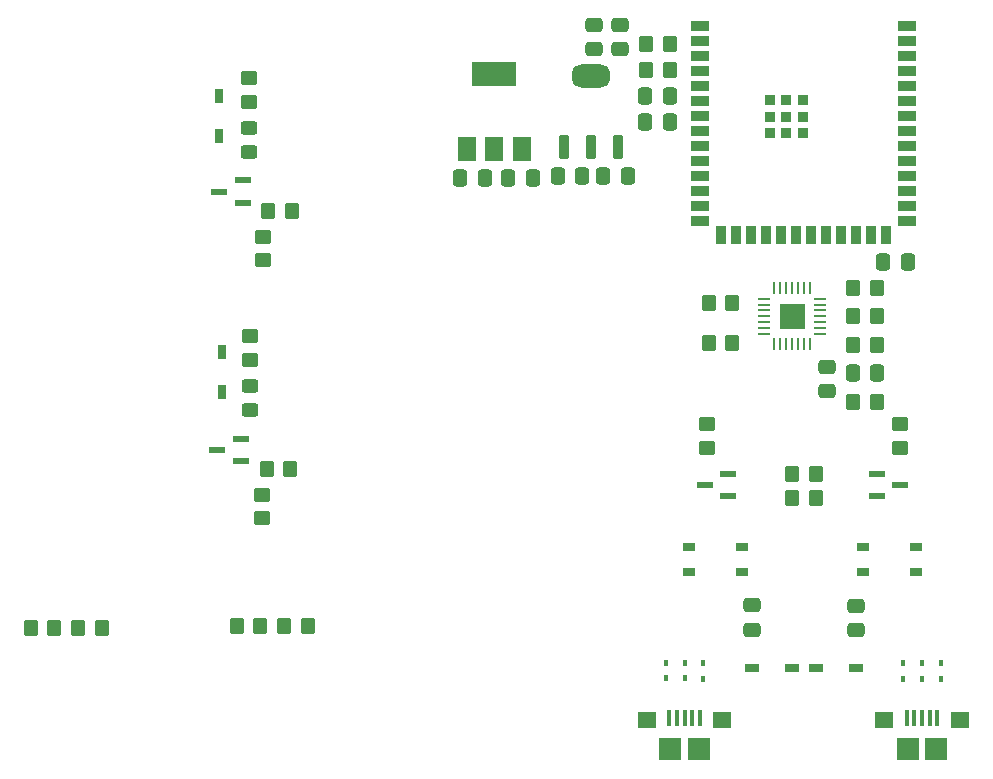
<source format=gbr>
%TF.GenerationSoftware,KiCad,Pcbnew,7.0.9*%
%TF.CreationDate,2024-04-09T14:28:23-05:00*%
%TF.ProjectId,Humidifier Subsystem,48756d69-6469-4666-9965-722053756273,rev?*%
%TF.SameCoordinates,Original*%
%TF.FileFunction,Paste,Top*%
%TF.FilePolarity,Positive*%
%FSLAX46Y46*%
G04 Gerber Fmt 4.6, Leading zero omitted, Abs format (unit mm)*
G04 Created by KiCad (PCBNEW 7.0.9) date 2024-04-09 14:28:23*
%MOMM*%
%LPD*%
G01*
G04 APERTURE LIST*
G04 Aperture macros list*
%AMRoundRect*
0 Rectangle with rounded corners*
0 $1 Rounding radius*
0 $2 $3 $4 $5 $6 $7 $8 $9 X,Y pos of 4 corners*
0 Add a 4 corners polygon primitive as box body*
4,1,4,$2,$3,$4,$5,$6,$7,$8,$9,$2,$3,0*
0 Add four circle primitives for the rounded corners*
1,1,$1+$1,$2,$3*
1,1,$1+$1,$4,$5*
1,1,$1+$1,$6,$7*
1,1,$1+$1,$8,$9*
0 Add four rect primitives between the rounded corners*
20,1,$1+$1,$2,$3,$4,$5,0*
20,1,$1+$1,$4,$5,$6,$7,0*
20,1,$1+$1,$6,$7,$8,$9,0*
20,1,$1+$1,$8,$9,$2,$3,0*%
G04 Aperture macros list end*
%ADD10C,0.010000*%
%ADD11RoundRect,0.250000X0.475000X-0.337500X0.475000X0.337500X-0.475000X0.337500X-0.475000X-0.337500X0*%
%ADD12RoundRect,0.250000X-0.350000X-0.450000X0.350000X-0.450000X0.350000X0.450000X-0.350000X0.450000X0*%
%ADD13RoundRect,0.250000X0.350000X0.450000X-0.350000X0.450000X-0.350000X-0.450000X0.350000X-0.450000X0*%
%ADD14RoundRect,0.250000X0.337500X0.475000X-0.337500X0.475000X-0.337500X-0.475000X0.337500X-0.475000X0*%
%ADD15R,1.210000X0.730000*%
%ADD16R,0.400000X0.480000*%
%ADD17RoundRect,0.250000X-0.450000X0.350000X-0.450000X-0.350000X0.450000X-0.350000X0.450000X0.350000X0*%
%ADD18RoundRect,0.250000X-0.337500X-0.475000X0.337500X-0.475000X0.337500X0.475000X-0.337500X0.475000X0*%
%ADD19RoundRect,0.250000X0.450000X-0.350000X0.450000X0.350000X-0.450000X0.350000X-0.450000X-0.350000X0*%
%ADD20RoundRect,0.250000X0.450000X-0.325000X0.450000X0.325000X-0.450000X0.325000X-0.450000X-0.325000X0*%
%ADD21R,1.320800X0.558800*%
%ADD22R,0.400000X1.350000*%
%ADD23R,1.600000X1.400000*%
%ADD24R,1.900000X1.900000*%
%ADD25R,0.270000X0.990000*%
%ADD26R,0.990000X0.270000*%
%ADD27RoundRect,0.051100X-0.313900X0.553900X-0.313900X-0.553900X0.313900X-0.553900X0.313900X0.553900X0*%
%ADD28RoundRect,0.111600X0.353400X-0.878400X0.353400X0.878400X-0.353400X0.878400X-0.353400X-0.878400X0*%
%ADD29RoundRect,0.792000X0.823000X-0.198000X0.823000X0.198000X-0.823000X0.198000X-0.823000X-0.198000X0*%
%ADD30R,1.500000X0.900000*%
%ADD31R,0.900000X1.500000*%
%ADD32R,0.900000X0.900000*%
%ADD33R,1.000000X0.700000*%
%ADD34R,1.500000X2.000000*%
%ADD35R,3.800000X2.000000*%
%ADD36R,1.422400X0.558800*%
%ADD37RoundRect,0.250000X-0.475000X0.337500X-0.475000X-0.337500X0.475000X-0.337500X0.475000X0.337500X0*%
G04 APERTURE END LIST*
%TO.C,U4*%
D10*
X127027740Y-87777740D02*
X124972260Y-87777740D01*
X124972260Y-85722260D01*
X127027740Y-85722260D01*
X127027740Y-87777740D01*
G36*
X127027740Y-87777740D02*
G01*
X124972260Y-87777740D01*
X124972260Y-85722260D01*
X127027740Y-85722260D01*
X127027740Y-87777740D01*
G37*
%TD*%
D11*
%TO.C,C6*%
X131400000Y-113337500D03*
X131400000Y-111262500D03*
%TD*%
D12*
%TO.C,R14*%
X113665000Y-65910000D03*
X115665000Y-65910000D03*
%TD*%
D13*
%TO.C,R4*%
X133200000Y-84350000D03*
X131200000Y-84350000D03*
%TD*%
D14*
%TO.C,C11*%
X135815000Y-82160000D03*
X133740000Y-82160000D03*
%TD*%
D13*
%TO.C,R2*%
X83532654Y-99635001D03*
X81532654Y-99635001D03*
%TD*%
D15*
%TO.C,D5*%
X125960000Y-116500000D03*
X122600000Y-116500000D03*
%TD*%
D11*
%TO.C,C7*%
X122600000Y-113300000D03*
X122600000Y-111225000D03*
%TD*%
D16*
%TO.C,D8*%
X115300000Y-116080000D03*
X115300000Y-117400000D03*
%TD*%
D17*
%TO.C,R23*%
X81250002Y-80000000D03*
X81250002Y-82000000D03*
%TD*%
D13*
%TO.C,R8*%
X120950000Y-85600000D03*
X118950000Y-85600000D03*
%TD*%
D18*
%TO.C,C9*%
X131162500Y-91550000D03*
X133237500Y-91550000D03*
%TD*%
D19*
%TO.C,R24*%
X80050002Y-68600000D03*
X80050002Y-66600000D03*
%TD*%
D12*
%TO.C,R15*%
X83000000Y-113000000D03*
X85000000Y-113000000D03*
%TD*%
D15*
%TO.C,D6*%
X128040000Y-116500000D03*
X131400000Y-116500000D03*
%TD*%
D19*
%TO.C,R12*%
X135165200Y-97876000D03*
X135165200Y-95876000D03*
%TD*%
D13*
%TO.C,R22*%
X83650002Y-77800000D03*
X81650002Y-77800000D03*
%TD*%
D16*
%TO.C,D2*%
X137000000Y-116100000D03*
X137000000Y-117420000D03*
%TD*%
D20*
%TO.C,D12*%
X80050002Y-72825000D03*
X80050002Y-70775000D03*
%TD*%
D21*
%TO.C,U7*%
X79332654Y-99035001D03*
X79332654Y-97130001D03*
X77300654Y-98082501D03*
%TD*%
D16*
%TO.C,D7*%
X135400000Y-116100000D03*
X135400000Y-117420000D03*
%TD*%
D21*
%TO.C,U10*%
X79482002Y-77152500D03*
X79482002Y-75247500D03*
X77450002Y-76200000D03*
%TD*%
D22*
%TO.C,J3*%
X115600000Y-120725000D03*
X116250000Y-120725000D03*
X116900000Y-120725000D03*
X117550000Y-120725000D03*
X118200000Y-120725000D03*
D23*
X113700000Y-120950000D03*
X120100000Y-120950000D03*
D24*
X118100000Y-123400000D03*
X115700000Y-123400000D03*
%TD*%
D25*
%TO.C,U4*%
X124500000Y-89110000D03*
X125000000Y-89110000D03*
X125500000Y-89110000D03*
X126000000Y-89110000D03*
X126500000Y-89110000D03*
X127000000Y-89110000D03*
X127500000Y-89110000D03*
D26*
X128360000Y-88250000D03*
X128360000Y-87750000D03*
X128360000Y-87250000D03*
X128360000Y-86750000D03*
X128360000Y-86250000D03*
X128360000Y-85750000D03*
X128360000Y-85250000D03*
D25*
X127500000Y-84390000D03*
X127000000Y-84390000D03*
X126500000Y-84390000D03*
X126000000Y-84390000D03*
X125500000Y-84390000D03*
X125000000Y-84390000D03*
X124500000Y-84390000D03*
D26*
X123640000Y-85250000D03*
X123640000Y-85750000D03*
X123640000Y-86250000D03*
X123640000Y-86750000D03*
X123640000Y-87250000D03*
X123640000Y-87750000D03*
X123640000Y-88250000D03*
%TD*%
D14*
%TO.C,C13*%
X100000000Y-75050000D03*
X97925000Y-75050000D03*
%TD*%
D18*
%TO.C,C3*%
X101962500Y-75050000D03*
X104037500Y-75050000D03*
%TD*%
D12*
%TO.C,R16*%
X65547500Y-113100000D03*
X67547500Y-113100000D03*
%TD*%
D13*
%TO.C,R17*%
X81000000Y-113000000D03*
X79000000Y-113000000D03*
%TD*%
%TO.C,R5*%
X133200000Y-94000000D03*
X131200000Y-94000000D03*
%TD*%
D27*
%TO.C,D9*%
X77732654Y-93115001D03*
X77732654Y-89755001D03*
%TD*%
D19*
%TO.C,R19*%
X80132654Y-90435001D03*
X80132654Y-88435001D03*
%TD*%
D11*
%TO.C,C5*%
X111465000Y-64147500D03*
X111465000Y-62072500D03*
%TD*%
D13*
%TO.C,R9*%
X128000000Y-102100000D03*
X126000000Y-102100000D03*
%TD*%
D14*
%TO.C,C12*%
X115665000Y-70310000D03*
X113590000Y-70310000D03*
%TD*%
D16*
%TO.C,D4*%
X116900000Y-116080000D03*
X116900000Y-117400000D03*
%TD*%
D28*
%TO.C,U2*%
X106700000Y-72415000D03*
X109000000Y-72415000D03*
X111300000Y-72415000D03*
D29*
X109000000Y-66385000D03*
%TD*%
D22*
%TO.C,J2*%
X135700000Y-120725000D03*
X136350000Y-120725000D03*
X137000000Y-120725000D03*
X137650000Y-120725000D03*
X138300000Y-120725000D03*
D23*
X133800000Y-120950000D03*
X140200000Y-120950000D03*
D24*
X138200000Y-123400000D03*
X135800000Y-123400000D03*
%TD*%
D16*
%TO.C,D3*%
X118500000Y-116100000D03*
X118500000Y-117420000D03*
%TD*%
D19*
%TO.C,R11*%
X118800000Y-97895000D03*
X118800000Y-95895000D03*
%TD*%
D20*
%TO.C,D10*%
X80132654Y-94660001D03*
X80132654Y-92610001D03*
%TD*%
D11*
%TO.C,C4*%
X109265000Y-64147500D03*
X109265000Y-62072500D03*
%TD*%
D12*
%TO.C,R10*%
X126000000Y-100100000D03*
X128000000Y-100100000D03*
%TD*%
D30*
%TO.C,U1*%
X118250000Y-62140000D03*
X118250000Y-63410000D03*
X118250000Y-64680000D03*
X118250000Y-65950000D03*
X118250000Y-67220000D03*
X118250000Y-68490000D03*
X118250000Y-69760000D03*
X118250000Y-71030000D03*
X118250000Y-72300000D03*
X118250000Y-73570000D03*
X118250000Y-74840000D03*
X118250000Y-76110000D03*
X118250000Y-77380000D03*
X118250000Y-78650000D03*
D31*
X120015000Y-79900000D03*
X121285000Y-79900000D03*
X122555000Y-79900000D03*
X123825000Y-79900000D03*
X125095000Y-79900000D03*
X126365000Y-79900000D03*
X127635000Y-79900000D03*
X128905000Y-79900000D03*
X130175000Y-79900000D03*
X131445000Y-79900000D03*
X132715000Y-79900000D03*
X133985000Y-79900000D03*
D30*
X135750000Y-78650000D03*
X135750000Y-77380000D03*
X135750000Y-76110000D03*
X135750000Y-74840000D03*
X135750000Y-73570000D03*
X135750000Y-72300000D03*
X135750000Y-71030000D03*
X135750000Y-69760000D03*
X135750000Y-68490000D03*
X135750000Y-67220000D03*
X135750000Y-65950000D03*
X135750000Y-64680000D03*
X135750000Y-63410000D03*
X135750000Y-62140000D03*
D32*
X125500000Y-69860000D03*
X124100000Y-69860000D03*
X126900000Y-69860000D03*
X124100000Y-71260000D03*
X125500000Y-71260000D03*
X126900000Y-71260000D03*
X124100000Y-68460000D03*
X125500000Y-68460000D03*
X126900000Y-68460000D03*
%TD*%
D33*
%TO.C,S2*%
X121800000Y-108400000D03*
X117300000Y-108400000D03*
X121800000Y-106250000D03*
X117300000Y-106250000D03*
%TD*%
D13*
%TO.C,R3*%
X133200000Y-86750000D03*
X131200000Y-86750000D03*
%TD*%
%TO.C,R18*%
X63547500Y-113100000D03*
X61547500Y-113100000D03*
%TD*%
D16*
%TO.C,D1*%
X138600000Y-116100000D03*
X138600000Y-117420000D03*
%TD*%
D14*
%TO.C,C2*%
X108240000Y-74910000D03*
X106165000Y-74910000D03*
%TD*%
%TO.C,C10*%
X115665000Y-68110000D03*
X113590000Y-68110000D03*
%TD*%
D17*
%TO.C,R1*%
X81132654Y-101835001D03*
X81132654Y-103835001D03*
%TD*%
D18*
%TO.C,C1*%
X110002500Y-74910000D03*
X112077500Y-74910000D03*
%TD*%
D33*
%TO.C,S1*%
X136500000Y-108400000D03*
X132000000Y-108400000D03*
X136500000Y-106250000D03*
X132000000Y-106250000D03*
%TD*%
D13*
%TO.C,R13*%
X115665000Y-63710000D03*
X113665000Y-63710000D03*
%TD*%
D34*
%TO.C,U3*%
X98500000Y-72550000D03*
X100800000Y-72550000D03*
X103100000Y-72550000D03*
D35*
X100800000Y-66250000D03*
%TD*%
D27*
%TO.C,D11*%
X77450002Y-71480000D03*
X77450002Y-68120000D03*
%TD*%
D36*
%TO.C,U6*%
X133200000Y-100095000D03*
X133200000Y-102000000D03*
X135130400Y-101047500D03*
%TD*%
D13*
%TO.C,R6*%
X133200000Y-89150000D03*
X131200000Y-89150000D03*
%TD*%
D37*
%TO.C,C8*%
X129000000Y-91000000D03*
X129000000Y-93075000D03*
%TD*%
D36*
%TO.C,U5*%
X120600000Y-102000000D03*
X120600000Y-100095000D03*
X118669600Y-101047500D03*
%TD*%
D13*
%TO.C,R7*%
X120950000Y-89000000D03*
X118950000Y-89000000D03*
%TD*%
M02*

</source>
